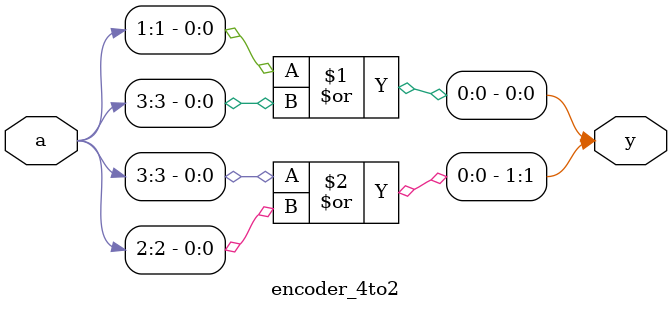
<source format=v>
`timescale 1ns / 1ps


module encoder_4to2(
    input [3:0] a,
    output [1:0] y
    );
    assign y[0]=a[1]|a[3];
    assign y[1]=a[3]|a[2];
endmodule

</source>
